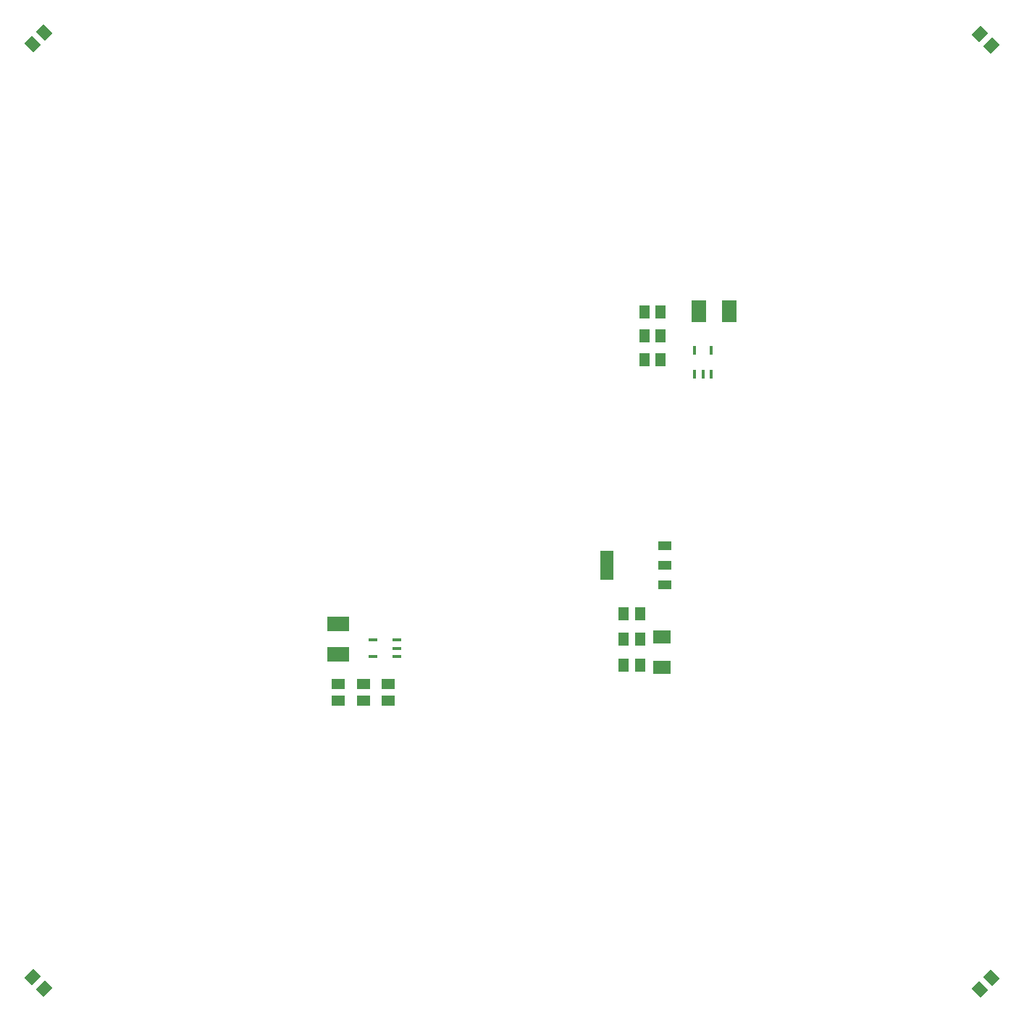
<source format=gbp>
%FSLAX25Y25*%
%MOIN*%
G70*
G01*
G75*
G04 Layer_Color=128*
G04:AMPARAMS|DCode=10|XSize=78.74mil|YSize=47.24mil|CornerRadius=0mil|HoleSize=0mil|Usage=FLASHONLY|Rotation=45.000|XOffset=0mil|YOffset=0mil|HoleType=Round|Shape=Rectangle|*
%AMROTATEDRECTD10*
4,1,4,-0.01114,-0.04454,-0.04454,-0.01114,0.01114,0.04454,0.04454,0.01114,-0.01114,-0.04454,0.0*
%
%ADD10ROTATEDRECTD10*%

G04:AMPARAMS|DCode=11|XSize=78.74mil|YSize=47.24mil|CornerRadius=0mil|HoleSize=0mil|Usage=FLASHONLY|Rotation=315.000|XOffset=0mil|YOffset=0mil|HoleType=Round|Shape=Rectangle|*
%AMROTATEDRECTD11*
4,1,4,-0.04454,0.01114,-0.01114,0.04454,0.04454,-0.01114,0.01114,-0.04454,-0.04454,0.01114,0.0*
%
%ADD11ROTATEDRECTD11*%

%ADD12O,0.08268X0.01181*%
%ADD13O,0.01181X0.08268*%
G04:AMPARAMS|DCode=14|XSize=59.06mil|YSize=51.18mil|CornerRadius=0mil|HoleSize=0mil|Usage=FLASHONLY|Rotation=225.000|XOffset=0mil|YOffset=0mil|HoleType=Round|Shape=Rectangle|*
%AMROTATEDRECTD14*
4,1,4,0.00278,0.03897,0.03897,0.00278,-0.00278,-0.03897,-0.03897,-0.00278,0.00278,0.03897,0.0*
%
%ADD14ROTATEDRECTD14*%

G04:AMPARAMS|DCode=15|XSize=35.43mil|YSize=37.4mil|CornerRadius=0mil|HoleSize=0mil|Usage=FLASHONLY|Rotation=45.000|XOffset=0mil|YOffset=0mil|HoleType=Round|Shape=Rectangle|*
%AMROTATEDRECTD15*
4,1,4,0.00070,-0.02575,-0.02575,0.00070,-0.00070,0.02575,0.02575,-0.00070,0.00070,-0.02575,0.0*
%
%ADD15ROTATEDRECTD15*%

G04:AMPARAMS|DCode=16|XSize=35.43mil|YSize=37.4mil|CornerRadius=0mil|HoleSize=0mil|Usage=FLASHONLY|Rotation=45.000|XOffset=0mil|YOffset=0mil|HoleType=Round|Shape=Rectangle|*
%AMROTATEDRECTD16*
4,1,4,0.00070,-0.02575,-0.02575,0.00070,-0.00070,0.02575,0.02575,-0.00070,0.00070,-0.02575,0.0*
%
%ADD16ROTATEDRECTD16*%

G04:AMPARAMS|DCode=17|XSize=59.06mil|YSize=51.18mil|CornerRadius=0mil|HoleSize=0mil|Usage=FLASHONLY|Rotation=135.000|XOffset=0mil|YOffset=0mil|HoleType=Round|Shape=Rectangle|*
%AMROTATEDRECTD17*
4,1,4,0.03897,-0.00278,0.00278,-0.03897,-0.03897,0.00278,-0.00278,0.03897,0.03897,-0.00278,0.0*
%
%ADD17ROTATEDRECTD17*%

G04:AMPARAMS|DCode=18|XSize=53.15mil|YSize=15.75mil|CornerRadius=0mil|HoleSize=0mil|Usage=FLASHONLY|Rotation=0.000|XOffset=0mil|YOffset=0mil|HoleType=Round|Shape=Octagon|*
%AMOCTAGOND18*
4,1,8,0.02658,-0.00394,0.02658,0.00394,0.02264,0.00787,-0.02264,0.00787,-0.02658,0.00394,-0.02658,-0.00394,-0.02264,-0.00787,0.02264,-0.00787,0.02658,-0.00394,0.0*
%
%ADD18OCTAGOND18*%

%ADD19R,0.07480X0.09000*%
%ADD20R,0.07480X0.07087*%
G04:AMPARAMS|DCode=21|XSize=35.43mil|YSize=37.4mil|CornerRadius=0mil|HoleSize=0mil|Usage=FLASHONLY|Rotation=135.000|XOffset=0mil|YOffset=0mil|HoleType=Round|Shape=Rectangle|*
%AMROTATEDRECTD21*
4,1,4,0.02575,0.00070,-0.00070,-0.02575,-0.02575,-0.00070,0.00070,0.02575,0.02575,0.00070,0.0*
%
%ADD21ROTATEDRECTD21*%

G04:AMPARAMS|DCode=22|XSize=35.43mil|YSize=37.4mil|CornerRadius=0mil|HoleSize=0mil|Usage=FLASHONLY|Rotation=135.000|XOffset=0mil|YOffset=0mil|HoleType=Round|Shape=Rectangle|*
%AMROTATEDRECTD22*
4,1,4,0.02575,0.00070,-0.00070,-0.02575,-0.02575,-0.00070,0.00070,0.02575,0.02575,0.00070,0.0*
%
%ADD22ROTATEDRECTD22*%

%ADD23R,0.07480X0.02756*%
%ADD24O,0.02362X0.00984*%
%ADD25O,0.00984X0.02362*%
%ADD26R,0.11024X0.10630*%
%ADD27R,0.05906X0.05118*%
%ADD28R,0.05906X0.03937*%
%ADD29R,0.04724X0.01654*%
%ADD30R,0.05118X0.05906*%
%ADD31R,0.03543X0.03740*%
%ADD32R,0.03543X0.03740*%
%ADD33C,0.01000*%
%ADD34C,0.05906*%
%ADD35R,0.05906X0.05906*%
%ADD36R,0.05906X0.05906*%
%ADD37C,0.31496*%
%ADD38C,0.01969*%
%ADD39R,0.06102X0.04331*%
%ADD40R,0.06102X0.04331*%
%ADD41R,0.06102X0.13583*%
%ADD42R,0.07874X0.05906*%
%ADD43R,0.09843X0.07087*%
%ADD44R,0.03937X0.01575*%
%ADD45R,0.03937X0.01575*%
%ADD46R,0.07087X0.09843*%
%ADD47R,0.01575X0.03937*%
%ADD48R,0.01575X0.03937*%
%ADD49C,0.00984*%
%ADD50C,0.02362*%
%ADD51C,0.00787*%
G04:AMPARAMS|DCode=52|XSize=86.74mil|YSize=55.24mil|CornerRadius=0mil|HoleSize=0mil|Usage=FLASHONLY|Rotation=45.000|XOffset=0mil|YOffset=0mil|HoleType=Round|Shape=Rectangle|*
%AMROTATEDRECTD52*
4,1,4,-0.01114,-0.05020,-0.05020,-0.01114,0.01114,0.05020,0.05020,0.01114,-0.01114,-0.05020,0.0*
%
%ADD52ROTATEDRECTD52*%

G04:AMPARAMS|DCode=53|XSize=86.74mil|YSize=55.24mil|CornerRadius=0mil|HoleSize=0mil|Usage=FLASHONLY|Rotation=315.000|XOffset=0mil|YOffset=0mil|HoleType=Round|Shape=Rectangle|*
%AMROTATEDRECTD53*
4,1,4,-0.05020,0.01114,-0.01114,0.05020,0.05020,-0.01114,0.01114,-0.05020,-0.05020,0.01114,0.0*
%
%ADD53ROTATEDRECTD53*%

%ADD54O,0.09068X0.01981*%
%ADD55O,0.01981X0.09068*%
G04:AMPARAMS|DCode=56|XSize=67.06mil|YSize=59.18mil|CornerRadius=0mil|HoleSize=0mil|Usage=FLASHONLY|Rotation=225.000|XOffset=0mil|YOffset=0mil|HoleType=Round|Shape=Rectangle|*
%AMROTATEDRECTD56*
4,1,4,0.00278,0.04463,0.04463,0.00278,-0.00278,-0.04463,-0.04463,-0.00278,0.00278,0.04463,0.0*
%
%ADD56ROTATEDRECTD56*%

G04:AMPARAMS|DCode=57|XSize=43.43mil|YSize=45.4mil|CornerRadius=0mil|HoleSize=0mil|Usage=FLASHONLY|Rotation=45.000|XOffset=0mil|YOffset=0mil|HoleType=Round|Shape=Rectangle|*
%AMROTATEDRECTD57*
4,1,4,0.00070,-0.03141,-0.03141,0.00070,-0.00070,0.03141,0.03141,-0.00070,0.00070,-0.03141,0.0*
%
%ADD57ROTATEDRECTD57*%

G04:AMPARAMS|DCode=58|XSize=43.43mil|YSize=45.4mil|CornerRadius=0mil|HoleSize=0mil|Usage=FLASHONLY|Rotation=45.000|XOffset=0mil|YOffset=0mil|HoleType=Round|Shape=Rectangle|*
%AMROTATEDRECTD58*
4,1,4,0.00070,-0.03141,-0.03141,0.00070,-0.00070,0.03141,0.03141,-0.00070,0.00070,-0.03141,0.0*
%
%ADD58ROTATEDRECTD58*%

G04:AMPARAMS|DCode=59|XSize=67.06mil|YSize=59.18mil|CornerRadius=0mil|HoleSize=0mil|Usage=FLASHONLY|Rotation=135.000|XOffset=0mil|YOffset=0mil|HoleType=Round|Shape=Rectangle|*
%AMROTATEDRECTD59*
4,1,4,0.04463,-0.00278,0.00278,-0.04463,-0.04463,0.00278,-0.00278,0.04463,0.04463,-0.00278,0.0*
%
%ADD59ROTATEDRECTD59*%

G04:AMPARAMS|DCode=60|XSize=61.15mil|YSize=23.75mil|CornerRadius=0mil|HoleSize=0mil|Usage=FLASHONLY|Rotation=0.000|XOffset=0mil|YOffset=0mil|HoleType=Round|Shape=Octagon|*
%AMOCTAGOND60*
4,1,8,0.03058,-0.00594,0.03058,0.00594,0.02464,0.01187,-0.02464,0.01187,-0.03058,0.00594,-0.03058,-0.00594,-0.02464,-0.01187,0.02464,-0.01187,0.03058,-0.00594,0.0*
%
%ADD60OCTAGOND60*%

%ADD61R,0.08280X0.09800*%
%ADD62R,0.08280X0.07887*%
G04:AMPARAMS|DCode=63|XSize=43.43mil|YSize=45.4mil|CornerRadius=0mil|HoleSize=0mil|Usage=FLASHONLY|Rotation=135.000|XOffset=0mil|YOffset=0mil|HoleType=Round|Shape=Rectangle|*
%AMROTATEDRECTD63*
4,1,4,0.03141,0.00070,-0.00070,-0.03141,-0.03141,-0.00070,0.00070,0.03141,0.03141,0.00070,0.0*
%
%ADD63ROTATEDRECTD63*%

G04:AMPARAMS|DCode=64|XSize=43.43mil|YSize=45.4mil|CornerRadius=0mil|HoleSize=0mil|Usage=FLASHONLY|Rotation=135.000|XOffset=0mil|YOffset=0mil|HoleType=Round|Shape=Rectangle|*
%AMROTATEDRECTD64*
4,1,4,0.03141,0.00070,-0.00070,-0.03141,-0.03141,-0.00070,0.00070,0.03141,0.03141,0.00070,0.0*
%
%ADD64ROTATEDRECTD64*%

%ADD65R,0.08280X0.03556*%
%ADD66O,0.03162X0.01784*%
%ADD67O,0.01784X0.03162*%
%ADD68R,0.11824X0.11430*%
%ADD69R,0.06706X0.05918*%
%ADD70R,0.06706X0.04737*%
%ADD71R,0.05524X0.02454*%
%ADD72R,0.05918X0.06706*%
%ADD73R,0.04343X0.04540*%
%ADD74R,0.04343X0.04540*%
%ADD75C,0.06706*%
%ADD76R,0.06706X0.06706*%
%ADD77R,0.06706X0.06706*%
%ADD78C,0.32296*%
%ADD79C,0.02769*%
%ADD80R,0.06902X0.05131*%
%ADD81R,0.06902X0.05131*%
%ADD82R,0.06902X0.14383*%
%ADD83R,0.08674X0.06706*%
%ADD84R,0.10642X0.07887*%
%ADD85R,0.04737X0.02375*%
%ADD86R,0.04737X0.02375*%
%ADD87R,0.07887X0.10642*%
%ADD88R,0.02375X0.04737*%
%ADD89R,0.02375X0.04737*%
D14*
X598645Y1021855D02*
D03*
X593355Y1027145D02*
D03*
X157355Y592645D02*
D03*
X162645Y587355D02*
D03*
D17*
X157355Y1022355D02*
D03*
X162645Y1027645D02*
D03*
X593212Y587212D02*
D03*
X598502Y592502D02*
D03*
D27*
X298000Y720260D02*
D03*
Y727740D02*
D03*
X309500Y720260D02*
D03*
Y727740D02*
D03*
X321000Y720260D02*
D03*
Y727740D02*
D03*
D30*
X429260Y736500D02*
D03*
X436740D02*
D03*
X429260Y748500D02*
D03*
X436740D02*
D03*
X429260Y760000D02*
D03*
X436740D02*
D03*
X438760Y899000D02*
D03*
X446240D02*
D03*
X438760Y888000D02*
D03*
X446240D02*
D03*
X438760Y877000D02*
D03*
X446240D02*
D03*
D39*
X448287Y782500D02*
D03*
Y773445D02*
D03*
D40*
Y791555D02*
D03*
D41*
X421713Y782500D02*
D03*
D42*
X447000Y735500D02*
D03*
Y749280D02*
D03*
D43*
X298000Y755500D02*
D03*
Y741500D02*
D03*
D44*
X325000Y748000D02*
D03*
Y744260D02*
D03*
Y740520D02*
D03*
X313976D02*
D03*
D45*
Y748000D02*
D03*
D46*
X478000Y899500D02*
D03*
X464000D02*
D03*
D47*
X469500Y870500D02*
D03*
X465760D02*
D03*
X462020D02*
D03*
Y881524D02*
D03*
D48*
X469500D02*
D03*
M02*

</source>
